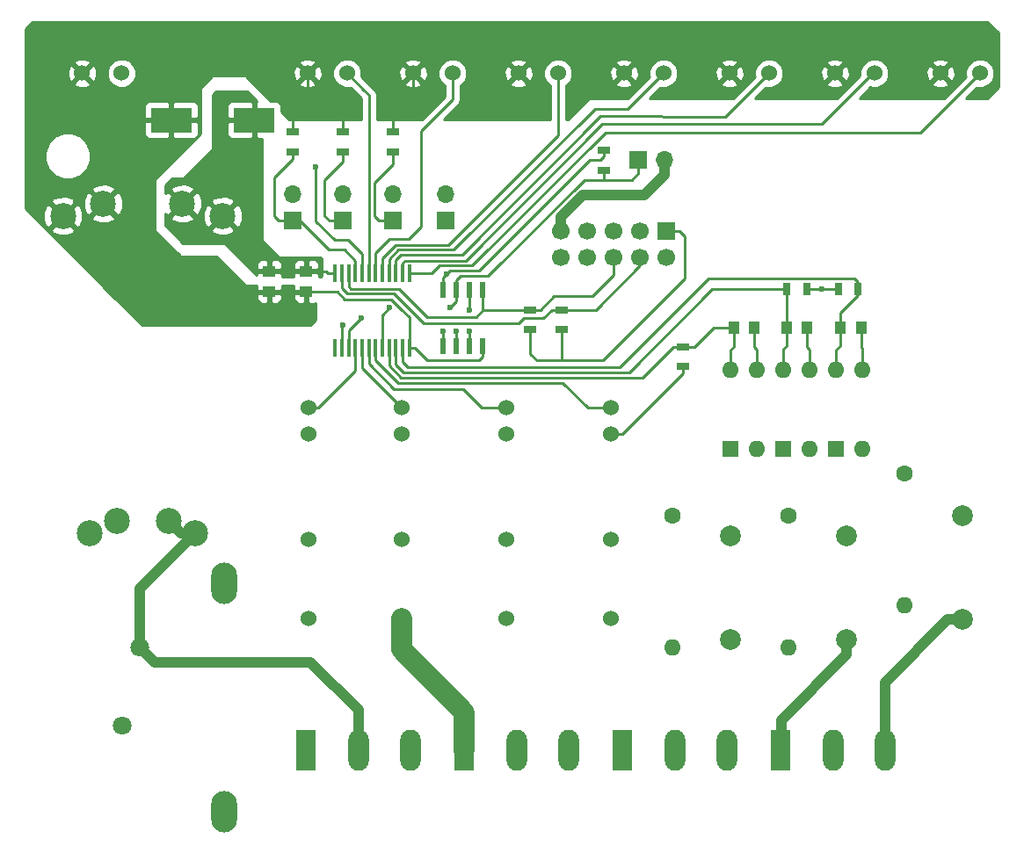
<source format=gtl>
G04 #@! TF.FileFunction,Copper,L1,Top,Signal*
%FSLAX46Y46*%
G04 Gerber Fmt 4.6, Leading zero omitted, Abs format (unit mm)*
G04 Created by KiCad (PCBNEW 4.0.5+dfsg1-4) date Tue Dec 12 22:09:06 2017*
%MOMM*%
%LPD*%
G01*
G04 APERTURE LIST*
%ADD10C,0.100000*%
%ADD11C,2.500000*%
%ADD12C,1.524000*%
%ADD13R,1.700000X1.700000*%
%ADD14C,1.700000*%
%ADD15O,2.499360X4.000500*%
%ADD16C,1.800000*%
%ADD17R,4.000500X2.400300*%
%ADD18R,1.250000X1.000000*%
%ADD19R,1.300000X0.700000*%
%ADD20R,0.450000X1.750000*%
%ADD21R,1.000000X1.250000*%
%ADD22C,1.600000*%
%ADD23O,1.600000X1.600000*%
%ADD24R,0.700000X1.300000*%
%ADD25R,1.600000X1.600000*%
%ADD26O,1.700000X1.700000*%
%ADD27R,0.600000X1.550000*%
%ADD28C,2.000000*%
%ADD29R,1.980000X3.960000*%
%ADD30O,1.980000X3.960000*%
%ADD31C,0.600000*%
%ADD32C,0.250000*%
%ADD33C,1.000000*%
%ADD34C,2.000000*%
%ADD35C,0.254000*%
G04 APERTURE END LIST*
D10*
D11*
X24932000Y-69310000D03*
X29932000Y-69310000D03*
X19732000Y-39910000D03*
X35132000Y-39910000D03*
X22352000Y-70485000D03*
X32512000Y-70485000D03*
X23622000Y-38735000D03*
X31242000Y-38735000D03*
D12*
X73787000Y-26162000D03*
X77597000Y-26162000D03*
X21590000Y-26162000D03*
X25400000Y-26162000D03*
D13*
X77851000Y-41402000D03*
D14*
X77851000Y-43942000D03*
X75311000Y-41402000D03*
X75311000Y-43942000D03*
X72771000Y-41402000D03*
X72771000Y-43942000D03*
X70231000Y-41402000D03*
X70231000Y-43942000D03*
X67691000Y-41402000D03*
X67691000Y-43942000D03*
D15*
X35306000Y-75359260D03*
X35306000Y-97360740D03*
D16*
X27178000Y-81534000D03*
X25478000Y-89034000D03*
D17*
X38163500Y-30670500D03*
X30162500Y-30670500D03*
D18*
X39624000Y-45228000D03*
X39624000Y-47228000D03*
X43180000Y-45228000D03*
X43180000Y-47228000D03*
D19*
X67818000Y-50861000D03*
X67818000Y-48961000D03*
X64770000Y-50861000D03*
X64770000Y-48961000D03*
X51562000Y-33716000D03*
X51562000Y-31816000D03*
X46736000Y-33716000D03*
X46736000Y-31816000D03*
X41910000Y-33716000D03*
X41910000Y-31816000D03*
D20*
X45955000Y-52622000D03*
X46605000Y-52622000D03*
X47255000Y-52622000D03*
X47905000Y-52622000D03*
X48555000Y-52622000D03*
X49205000Y-52622000D03*
X49855000Y-52622000D03*
X50505000Y-52622000D03*
X51155000Y-52622000D03*
X51805000Y-52622000D03*
X52455000Y-52622000D03*
X53105000Y-52622000D03*
X53105000Y-45422000D03*
X52455000Y-45422000D03*
X51805000Y-45422000D03*
X51155000Y-45422000D03*
X50505000Y-45422000D03*
X49855000Y-45422000D03*
X49205000Y-45422000D03*
X48555000Y-45422000D03*
X47905000Y-45422000D03*
X47255000Y-45422000D03*
X46605000Y-45422000D03*
X45955000Y-45422000D03*
D21*
X84344000Y-50673000D03*
X86344000Y-50673000D03*
X89424000Y-50673000D03*
X91424000Y-50673000D03*
X94631000Y-50673000D03*
X96631000Y-50673000D03*
D19*
X79502000Y-54417000D03*
X79502000Y-52517000D03*
D22*
X78486000Y-68834000D03*
D23*
X78486000Y-81534000D03*
D24*
X91374000Y-46990000D03*
X89474000Y-46990000D03*
D22*
X89662000Y-68834000D03*
D23*
X89662000Y-81534000D03*
D24*
X94427000Y-46990000D03*
X96327000Y-46990000D03*
D22*
X100838000Y-64770000D03*
D23*
X100838000Y-77470000D03*
D25*
X84074000Y-62357000D03*
D23*
X86614000Y-54737000D03*
X86614000Y-62357000D03*
X84074000Y-54737000D03*
D25*
X89154000Y-62357000D03*
D23*
X91694000Y-54737000D03*
X91694000Y-62357000D03*
X89154000Y-54737000D03*
D25*
X94234000Y-62357000D03*
D23*
X96774000Y-54737000D03*
X96774000Y-62357000D03*
X94234000Y-54737000D03*
D12*
X104267000Y-26162000D03*
X108077000Y-26162000D03*
X94107000Y-26162000D03*
X97917000Y-26162000D03*
X83947000Y-26162000D03*
X87757000Y-26162000D03*
X63627000Y-26162000D03*
X67437000Y-26162000D03*
X53467000Y-26162000D03*
X57277000Y-26162000D03*
X43307000Y-26162000D03*
X47117000Y-26162000D03*
D13*
X41910000Y-40386000D03*
D26*
X41910000Y-37846000D03*
D13*
X46736000Y-40386000D03*
D26*
X46736000Y-37846000D03*
D13*
X51562000Y-40386000D03*
D26*
X51562000Y-37846000D03*
D13*
X56642000Y-40386000D03*
D26*
X56642000Y-37846000D03*
D27*
X56388000Y-52484000D03*
X57658000Y-52484000D03*
X58928000Y-52484000D03*
X60198000Y-52484000D03*
X60198000Y-47084000D03*
X58928000Y-47084000D03*
X57658000Y-47084000D03*
X56388000Y-47084000D03*
D12*
X72491600Y-58420000D03*
X72491600Y-60960000D03*
X72491600Y-71120000D03*
X72491600Y-78740000D03*
X52374800Y-58420000D03*
X52374800Y-60960000D03*
X52374800Y-71120000D03*
X52374800Y-78740000D03*
X43383200Y-58420000D03*
X43383200Y-60960000D03*
X43383200Y-71120000D03*
X43383200Y-78740000D03*
X62433200Y-58420000D03*
X62433200Y-60960000D03*
X62433200Y-71120000D03*
X62433200Y-78740000D03*
D28*
X106426000Y-68834000D03*
X106426000Y-78834000D03*
X95250000Y-70713600D03*
X95250000Y-80713600D03*
X84074000Y-70764400D03*
X84074000Y-80764400D03*
D29*
X43180000Y-91440000D03*
D30*
X48180000Y-91440000D03*
X53180000Y-91440000D03*
D29*
X58420000Y-91440000D03*
D30*
X63420000Y-91440000D03*
X68420000Y-91440000D03*
D29*
X73660000Y-91440000D03*
D30*
X78660000Y-91440000D03*
X83660000Y-91440000D03*
D29*
X88900000Y-91440000D03*
D30*
X93900000Y-91440000D03*
X98900000Y-91440000D03*
D19*
X71882000Y-33594000D03*
X71882000Y-35494000D03*
D13*
X75184000Y-34544000D03*
D26*
X77724000Y-34544000D03*
D31*
X56705500Y-45529500D03*
X92837000Y-46990000D03*
X58928000Y-48971200D03*
X44094400Y-35204400D03*
X56388000Y-51054000D03*
X57658000Y-51054000D03*
X46736000Y-50393600D03*
X58928000Y-51054000D03*
X48463200Y-49733200D03*
X51206400Y-48768000D03*
X57048400Y-48768000D03*
D32*
X70485000Y-34544000D02*
X71501000Y-34544000D01*
X71501000Y-34544000D02*
X71882000Y-34163000D01*
X71882000Y-34163000D02*
X71882000Y-33594000D01*
X57023000Y-45212000D02*
X59817000Y-45212000D01*
X59817000Y-45212000D02*
X70485000Y-34544000D01*
X56705500Y-45529500D02*
X57023000Y-45212000D01*
X56388000Y-45847000D02*
X56705500Y-45529500D01*
X56388000Y-47084000D02*
X56388000Y-45847000D01*
X91374000Y-46990000D02*
X92837000Y-46990000D01*
X92837000Y-46990000D02*
X94427000Y-46990000D01*
X79502000Y-54417000D02*
X79502000Y-55118000D01*
X73660000Y-60960000D02*
X72491600Y-60960000D01*
X79502000Y-55118000D02*
X73660000Y-60960000D01*
X35132000Y-39910000D02*
X35132000Y-39907200D01*
X35132000Y-39907200D02*
X32562800Y-37338000D01*
X32562800Y-37414200D02*
X31242000Y-38735000D01*
X32562800Y-37338000D02*
X32562800Y-37414200D01*
X45955000Y-45422000D02*
X45295000Y-45422000D01*
X45101000Y-45228000D02*
X43180000Y-45228000D01*
X45295000Y-45422000D02*
X45101000Y-45228000D01*
X39624000Y-45228000D02*
X43180000Y-45228000D01*
X39624000Y-44148000D02*
X39624000Y-45228000D01*
X35132000Y-39910000D02*
X39624000Y-44148000D01*
X94107000Y-26162000D02*
X94107000Y-26035000D01*
X94107000Y-26035000D02*
X91186000Y-23114000D01*
X86614000Y-54737000D02*
X86614000Y-52832000D01*
X86614000Y-52832000D02*
X86344000Y-52562000D01*
X86344000Y-52562000D02*
X86344000Y-50673000D01*
X91694000Y-54737000D02*
X91694000Y-52832000D01*
X91424000Y-52562000D02*
X91424000Y-50673000D01*
X91694000Y-52832000D02*
X91424000Y-52562000D01*
X96774000Y-54737000D02*
X96774000Y-52705000D01*
X96631000Y-52562000D02*
X96631000Y-50673000D01*
X96774000Y-52705000D02*
X96631000Y-52562000D01*
X43180000Y-47228000D02*
X46161200Y-47228000D01*
X51384200Y-47955200D02*
X52324000Y-48895000D01*
X46888400Y-47955200D02*
X51384200Y-47955200D01*
X46161200Y-47228000D02*
X46888400Y-47955200D01*
X46736000Y-31816000D02*
X46736000Y-30175200D01*
X45262800Y-28702000D02*
X43307000Y-28702000D01*
X46736000Y-30175200D02*
X45262800Y-28702000D01*
X41910000Y-31816000D02*
X41910000Y-29616400D01*
X41910000Y-29616400D02*
X42824400Y-28702000D01*
X19732000Y-39910000D02*
X19732000Y-39907200D01*
X19732000Y-39907200D02*
X22250400Y-37388800D01*
X22250400Y-37388800D02*
X22275800Y-37388800D01*
X22275800Y-37388800D02*
X23622000Y-38735000D01*
X21590000Y-26162000D02*
X24282400Y-23469600D01*
X24282400Y-23469600D02*
X24638000Y-23114000D01*
X30162500Y-30670500D02*
X30162500Y-32194500D01*
X30162500Y-32194500D02*
X23622000Y-38735000D01*
X51562000Y-31816000D02*
X51562000Y-29845000D01*
X53467000Y-27940000D02*
X53467000Y-26162000D01*
X51562000Y-29845000D02*
X53467000Y-27940000D01*
X46355000Y-23114000D02*
X24638000Y-23114000D01*
X43307000Y-26162000D02*
X43307000Y-28702000D01*
X83947000Y-26162000D02*
X80899000Y-23114000D01*
X80899000Y-23114000D02*
X80772000Y-23114000D01*
X50419000Y-23114000D02*
X46355000Y-23114000D01*
X46355000Y-23114000D02*
X43307000Y-26162000D01*
X104267000Y-26162000D02*
X104267000Y-26289000D01*
X96139000Y-23114000D02*
X101219000Y-23114000D01*
X101219000Y-23114000D02*
X104267000Y-26162000D01*
D33*
X67691000Y-41402000D02*
X67691000Y-40005000D01*
X67691000Y-40005000D02*
X69799200Y-37896800D01*
X75768200Y-37896800D02*
X69799200Y-37896800D01*
X75768200Y-37896800D02*
X77724000Y-35941000D01*
D32*
X60198000Y-52484000D02*
X60198000Y-53467000D01*
X59817000Y-53848000D02*
X54864000Y-53848000D01*
X60198000Y-53467000D02*
X59817000Y-53848000D01*
X53105000Y-52622000D02*
X53638000Y-52622000D01*
X53638000Y-52622000D02*
X54864000Y-53848000D01*
X53105000Y-52622000D02*
X53105000Y-49676000D01*
X53105000Y-49676000D02*
X52324000Y-48895000D01*
X39624000Y-47228000D02*
X32369000Y-47228000D01*
X32369000Y-47228000D02*
X23622000Y-38735000D01*
X42824400Y-28702000D02*
X43307000Y-28702000D01*
X39624000Y-47228000D02*
X43180000Y-47228000D01*
X80899000Y-23114000D02*
X80772000Y-23114000D01*
X80772000Y-23114000D02*
X80899000Y-23114000D01*
X73279000Y-23114000D02*
X73406000Y-23114000D01*
X65786000Y-23114000D02*
X73279000Y-23114000D01*
X73279000Y-23114000D02*
X73406000Y-23114000D01*
X73406000Y-23114000D02*
X80772000Y-23114000D01*
X88519000Y-23114000D02*
X88392000Y-23114000D01*
X80899000Y-23114000D02*
X88392000Y-23114000D01*
X88392000Y-23114000D02*
X88519000Y-23114000D01*
X96139000Y-23114000D02*
X96012000Y-23114000D01*
X88519000Y-23114000D02*
X91186000Y-23114000D01*
X91186000Y-23114000D02*
X96012000Y-23114000D01*
X96012000Y-23114000D02*
X96139000Y-23114000D01*
X65659000Y-23114000D02*
X65786000Y-23114000D01*
X65659000Y-23114000D02*
X65786000Y-23114000D01*
X58039000Y-23114000D02*
X58166000Y-23114000D01*
X50419000Y-23114000D02*
X50546000Y-23114000D01*
X50419000Y-23114000D02*
X50546000Y-23114000D01*
X50546000Y-23114000D02*
X58039000Y-23114000D01*
X58039000Y-23114000D02*
X58166000Y-23114000D01*
X58166000Y-23114000D02*
X65659000Y-23114000D01*
D33*
X77724000Y-35941000D02*
X77724000Y-34544000D01*
D32*
X77851000Y-41402000D02*
X79121000Y-41402000D01*
X71755000Y-53848000D02*
X67691000Y-53848000D01*
X71755000Y-53848000D02*
X79629000Y-45974000D01*
X79629000Y-41910000D02*
X79629000Y-45974000D01*
X79121000Y-41402000D02*
X79629000Y-41910000D01*
X67818000Y-50861000D02*
X67818000Y-53848000D01*
X67818000Y-53848000D02*
X67691000Y-53848000D01*
X64770000Y-50861000D02*
X64770000Y-53213000D01*
X65405000Y-53848000D02*
X67691000Y-53848000D01*
X64770000Y-53213000D02*
X65405000Y-53848000D01*
X72771000Y-43942000D02*
X72771000Y-45593000D01*
X70739000Y-47625000D02*
X67056000Y-47625000D01*
X72771000Y-45593000D02*
X70739000Y-47625000D01*
X59563000Y-49657000D02*
X54864000Y-49657000D01*
X47255000Y-45422000D02*
X47255000Y-46747000D01*
X54864000Y-49657000D02*
X52146200Y-46939200D01*
X52146200Y-46939200D02*
X47447200Y-46939200D01*
X47447200Y-46939200D02*
X47255000Y-46747000D01*
X59563000Y-49657000D02*
X60198000Y-49022000D01*
X64770000Y-48961000D02*
X65720000Y-48961000D01*
X65720000Y-48961000D02*
X67056000Y-47625000D01*
X60198000Y-46957000D02*
X60198000Y-49022000D01*
X64744300Y-49022000D02*
X60198000Y-49022000D01*
X58928000Y-47084000D02*
X58928000Y-48971200D01*
X75311000Y-44704000D02*
X71054000Y-48961000D01*
X51587400Y-47396400D02*
X54483000Y-50292000D01*
X66040000Y-49784000D02*
X66863000Y-48961000D01*
X64135000Y-49784000D02*
X66040000Y-49784000D01*
X63627000Y-50292000D02*
X64135000Y-49784000D01*
X54483000Y-50292000D02*
X63627000Y-50292000D01*
X66863000Y-48961000D02*
X67818000Y-48961000D01*
X46605000Y-45422000D02*
X46605000Y-46859000D01*
X47142400Y-47396400D02*
X51587400Y-47396400D01*
X46605000Y-46859000D02*
X47142400Y-47396400D01*
X67818000Y-48961000D02*
X66863000Y-48961000D01*
X71054000Y-48961000D02*
X67818000Y-48961000D01*
X43383200Y-58420000D02*
X44297600Y-58420000D01*
X44297600Y-58420000D02*
X47905000Y-54812600D01*
X47905000Y-52622000D02*
X47905000Y-54812600D01*
X51626200Y-56579200D02*
X49205000Y-54158000D01*
X62433200Y-58420000D02*
X60096400Y-58420000D01*
X60096400Y-58420000D02*
X58255600Y-56579200D01*
X58255600Y-56579200D02*
X51626200Y-56579200D01*
X49205000Y-54158000D02*
X49205000Y-52622000D01*
X48555000Y-52622000D02*
X48555000Y-54600200D01*
X48555000Y-54600200D02*
X52374800Y-58420000D01*
X49855000Y-53792000D02*
X52070000Y-56007000D01*
X72491600Y-58420000D02*
X70307200Y-58420000D01*
X70307200Y-58420000D02*
X67894200Y-56007000D01*
X49855000Y-53792000D02*
X49855000Y-52622000D01*
X52070000Y-56007000D02*
X67894200Y-56007000D01*
D33*
X48180000Y-91440000D02*
X48180000Y-87550000D01*
X28549600Y-82905600D02*
X27178000Y-81534000D01*
X43535600Y-82905600D02*
X28549600Y-82905600D01*
X48180000Y-87550000D02*
X43535600Y-82905600D01*
X27178000Y-81534000D02*
X27178000Y-75819000D01*
X27178000Y-75819000D02*
X32512000Y-70485000D01*
X32512000Y-70485000D02*
X31107000Y-70485000D01*
X31107000Y-70485000D02*
X29932000Y-69310000D01*
D34*
X58420000Y-91440000D02*
X58420000Y-87731600D01*
X52374800Y-81686400D02*
X52374800Y-78740000D01*
X58420000Y-87731600D02*
X52374800Y-81686400D01*
D32*
X75438000Y-55499000D02*
X75565000Y-55499000D01*
X75057000Y-55499000D02*
X52324000Y-55499000D01*
X51155000Y-54330000D02*
X52324000Y-55499000D01*
X51155000Y-52622000D02*
X51155000Y-54330000D01*
X75057000Y-55499000D02*
X75438000Y-55499000D01*
X78547000Y-52517000D02*
X79502000Y-52517000D01*
X75565000Y-55499000D02*
X78547000Y-52517000D01*
X84344000Y-50673000D02*
X82423000Y-50673000D01*
X80579000Y-52517000D02*
X79502000Y-52517000D01*
X82423000Y-50673000D02*
X80579000Y-52517000D01*
X84074000Y-54737000D02*
X84074000Y-52832000D01*
X84344000Y-52562000D02*
X84344000Y-50673000D01*
X84074000Y-52832000D02*
X84344000Y-52562000D01*
X89474000Y-46990000D02*
X82296000Y-46990000D01*
X51805000Y-54218000D02*
X52578000Y-54991000D01*
X52578000Y-54991000D02*
X73131400Y-54991000D01*
X73131400Y-54991000D02*
X73141700Y-54980700D01*
X51805000Y-54218000D02*
X51805000Y-52622000D01*
X73141700Y-54980700D02*
X74305300Y-54980700D01*
X82296000Y-46990000D02*
X74305300Y-54980700D01*
X89424000Y-50673000D02*
X89424000Y-47040000D01*
X89424000Y-47040000D02*
X89474000Y-46990000D01*
X89154000Y-54737000D02*
X89154000Y-52705000D01*
X89424000Y-52435000D02*
X89424000Y-50673000D01*
X89154000Y-52705000D02*
X89424000Y-52435000D01*
X73406000Y-54483000D02*
X73279000Y-54483000D01*
X52455000Y-53979000D02*
X52959000Y-54483000D01*
X52455000Y-52622000D02*
X52455000Y-53979000D01*
X52959000Y-54483000D02*
X73279000Y-54483000D01*
X96012000Y-45974000D02*
X81915000Y-45974000D01*
X81915000Y-45974000D02*
X73406000Y-54483000D01*
X96327000Y-46289000D02*
X96012000Y-45974000D01*
X96327000Y-46289000D02*
X96327000Y-46990000D01*
X94234000Y-54737000D02*
X94234000Y-52832000D01*
X94631000Y-52435000D02*
X94631000Y-50673000D01*
X94234000Y-52832000D02*
X94631000Y-52435000D01*
X96327000Y-46990000D02*
X96327000Y-47564000D01*
X96327000Y-47564000D02*
X94631000Y-49260000D01*
X94631000Y-49260000D02*
X94631000Y-50673000D01*
X94681000Y-50623000D02*
X94631000Y-50673000D01*
D33*
X95250000Y-80786000D02*
X95250000Y-82169000D01*
X95250000Y-82169000D02*
X88914000Y-88505000D01*
X88914000Y-91440000D02*
X88900000Y-91440000D01*
X88914000Y-88505000D02*
X88914000Y-91440000D01*
X106426000Y-78834000D02*
X104935000Y-78834000D01*
X104935000Y-78834000D02*
X98900000Y-84869000D01*
X98900000Y-91440000D02*
X98900000Y-84869000D01*
D32*
X72009000Y-31877000D02*
X102362000Y-31877000D01*
X102362000Y-31877000D02*
X108077000Y-26162000D01*
X59182000Y-44704000D02*
X72009000Y-31877000D01*
X53105000Y-45422000D02*
X55289000Y-45422000D01*
X55289000Y-45422000D02*
X56007000Y-44704000D01*
X59182000Y-44704000D02*
X72009000Y-31877000D01*
X56007000Y-44704000D02*
X59182000Y-44704000D01*
X97917000Y-26162000D02*
X97790000Y-26162000D01*
X97790000Y-26162000D02*
X92870402Y-31081598D01*
X71661402Y-31081598D02*
X58521300Y-44221700D01*
X92870402Y-31081598D02*
X71661402Y-31081598D01*
X52455000Y-44446000D02*
X52679300Y-44221700D01*
X52679300Y-44221700D02*
X58521300Y-44221700D01*
X52455000Y-45422000D02*
X52455000Y-44446000D01*
X71508382Y-30318253D02*
X83524151Y-30353000D01*
X83524151Y-30353000D02*
X85981300Y-27937700D01*
X85981300Y-27937700D02*
X87757000Y-26162000D01*
X58215231Y-43653253D02*
X71508382Y-30318253D01*
X51805000Y-45422000D02*
X51805000Y-44196000D01*
X51816000Y-44196000D02*
X52324000Y-43688000D01*
X52324000Y-43688000D02*
X58215231Y-43653253D01*
X51805000Y-44196000D02*
X51816000Y-44196000D01*
X57404000Y-43180000D02*
X70993000Y-29591000D01*
X57404000Y-43180000D02*
X52070000Y-43180000D01*
X52070000Y-43180000D02*
X51155000Y-44095000D01*
X51155000Y-45422000D02*
X51155000Y-44095000D01*
X74168000Y-29591000D02*
X77597000Y-26162000D01*
X70993000Y-29591000D02*
X74168000Y-29591000D01*
X54737000Y-42729998D02*
X56838002Y-42729998D01*
X67437000Y-32131000D02*
X67437000Y-26162000D01*
X56838002Y-42729998D02*
X67437000Y-32131000D01*
X51758002Y-42729998D02*
X50505000Y-43983000D01*
X54737000Y-42729998D02*
X51758002Y-42729998D01*
X50505000Y-43983000D02*
X50505000Y-45422000D01*
X54229000Y-40951998D02*
X54229000Y-31750000D01*
X49855000Y-43505000D02*
X51196000Y-42164000D01*
X49855000Y-45422000D02*
X49855000Y-43505000D01*
X54229000Y-40951998D02*
X53016998Y-42164000D01*
X53016998Y-42164000D02*
X51196000Y-42164000D01*
X57277000Y-28702000D02*
X57277000Y-26162000D01*
X54229000Y-31750000D02*
X57277000Y-28702000D01*
X49212500Y-41503600D02*
X49212500Y-28257500D01*
X49212500Y-28257500D02*
X48768000Y-27813000D01*
X49212500Y-43370500D02*
X49212500Y-41503600D01*
X48768000Y-27813000D02*
X47117000Y-26162000D01*
X49205000Y-43378000D02*
X49212500Y-43370500D01*
X49205000Y-45422000D02*
X49205000Y-43378000D01*
X48555000Y-43602000D02*
X48133000Y-43180000D01*
X48555000Y-45422000D02*
X48555000Y-43602000D01*
X47180500Y-42227500D02*
X45910500Y-42227500D01*
X45910500Y-42227500D02*
X44094400Y-40424100D01*
X44094400Y-40424100D02*
X44094400Y-35204400D01*
X48133000Y-43180000D02*
X47180500Y-42227500D01*
X41910000Y-40386000D02*
X40538400Y-40386000D01*
X40081200Y-39928800D02*
X40081200Y-36245800D01*
X40538400Y-40386000D02*
X40081200Y-39928800D01*
X41910000Y-33716000D02*
X41910000Y-34417000D01*
X40081200Y-36245800D02*
X41402000Y-34925000D01*
X41910000Y-34417000D02*
X41402000Y-34925000D01*
X41910000Y-40386000D02*
X42545000Y-40386000D01*
X42545000Y-40386000D02*
X45339000Y-43180000D01*
X56388000Y-52484000D02*
X56388000Y-51054000D01*
X46863000Y-43180000D02*
X45339000Y-43180000D01*
X47905000Y-45422000D02*
X47905000Y-44222000D01*
X47905000Y-44222000D02*
X46863000Y-43180000D01*
X57658000Y-51054000D02*
X57658000Y-52484000D01*
X46605000Y-52622000D02*
X46605000Y-50524600D01*
X46605000Y-50524600D02*
X46736000Y-50393600D01*
X44958000Y-36449000D02*
X46736000Y-34671000D01*
X46736000Y-33716000D02*
X46736000Y-34671000D01*
X45389800Y-40386000D02*
X46736000Y-40386000D01*
X45389800Y-40386000D02*
X44958000Y-39954200D01*
X44958000Y-39954200D02*
X44958000Y-36449000D01*
X58928000Y-51054000D02*
X58928000Y-52484000D01*
X47255000Y-52622000D02*
X47255000Y-50941400D01*
X47255000Y-50941400D02*
X48463200Y-49733200D01*
X49745900Y-39966900D02*
X49745900Y-36741100D01*
X49784000Y-36728400D02*
X49784000Y-36703000D01*
X49758600Y-36728400D02*
X49784000Y-36728400D01*
X49745900Y-36741100D02*
X49758600Y-36728400D01*
X51562000Y-34925000D02*
X51562000Y-33716000D01*
X49784000Y-36703000D02*
X51562000Y-34925000D01*
X50165000Y-40386000D02*
X49745900Y-39966900D01*
X51562000Y-40386000D02*
X50165000Y-40386000D01*
X71882000Y-35494000D02*
X71882000Y-36449000D01*
X75184000Y-35814000D02*
X75184000Y-34544000D01*
X60960000Y-45466000D02*
X69977000Y-36449000D01*
X69977000Y-36449000D02*
X71882000Y-36449000D01*
X71882000Y-36449000D02*
X74549000Y-36449000D01*
X74549000Y-36449000D02*
X75184000Y-35814000D01*
X57658000Y-47084000D02*
X57658000Y-48158400D01*
X50505000Y-49469400D02*
X50505000Y-52622000D01*
X51206400Y-48768000D02*
X50505000Y-49469400D01*
X57658000Y-48158400D02*
X57048400Y-48768000D01*
X58724800Y-45720000D02*
X60706000Y-45720000D01*
X60706000Y-45720000D02*
X60960000Y-45466000D01*
X57658000Y-47084000D02*
X57658000Y-46101000D01*
X57658000Y-46101000D02*
X58039000Y-45720000D01*
X58039000Y-45720000D02*
X58724800Y-45720000D01*
D35*
G36*
X38403897Y-28880703D02*
X38290500Y-28994100D01*
X38290500Y-30543500D01*
X38310500Y-30543500D01*
X38310500Y-30797500D01*
X38290500Y-30797500D01*
X38290500Y-32346900D01*
X38449250Y-32505650D01*
X38938200Y-32505650D01*
X38938200Y-42265600D01*
X38948206Y-42315010D01*
X38975397Y-42355403D01*
X40499397Y-43879403D01*
X40541411Y-43907266D01*
X40589200Y-43916600D01*
X44549794Y-43916600D01*
X44678600Y-44045406D01*
X44678600Y-45667394D01*
X44549794Y-45796200D01*
X44440000Y-45796200D01*
X44440000Y-45513750D01*
X44281250Y-45355000D01*
X43307000Y-45355000D01*
X43307000Y-45375000D01*
X43053000Y-45375000D01*
X43053000Y-45355000D01*
X42078750Y-45355000D01*
X41920000Y-45513750D01*
X41920000Y-45796200D01*
X40884000Y-45796200D01*
X40884000Y-45513750D01*
X40725250Y-45355000D01*
X39751000Y-45355000D01*
X39751000Y-45375000D01*
X39497000Y-45375000D01*
X39497000Y-45355000D01*
X38522750Y-45355000D01*
X38364000Y-45513750D01*
X38364000Y-45601194D01*
X37364497Y-44601691D01*
X38364000Y-44601691D01*
X38364000Y-44942250D01*
X38522750Y-45101000D01*
X39497000Y-45101000D01*
X39497000Y-44251750D01*
X39751000Y-44251750D01*
X39751000Y-45101000D01*
X40725250Y-45101000D01*
X40884000Y-44942250D01*
X40884000Y-44601691D01*
X41920000Y-44601691D01*
X41920000Y-44942250D01*
X42078750Y-45101000D01*
X43053000Y-45101000D01*
X43053000Y-44251750D01*
X43307000Y-44251750D01*
X43307000Y-45101000D01*
X44281250Y-45101000D01*
X44440000Y-44942250D01*
X44440000Y-44601691D01*
X44343327Y-44368302D01*
X44164699Y-44189673D01*
X43931310Y-44093000D01*
X43465750Y-44093000D01*
X43307000Y-44251750D01*
X43053000Y-44251750D01*
X42894250Y-44093000D01*
X42428690Y-44093000D01*
X42195301Y-44189673D01*
X42016673Y-44368302D01*
X41920000Y-44601691D01*
X40884000Y-44601691D01*
X40787327Y-44368302D01*
X40608699Y-44189673D01*
X40375310Y-44093000D01*
X39909750Y-44093000D01*
X39751000Y-44251750D01*
X39497000Y-44251750D01*
X39338250Y-44093000D01*
X38872690Y-44093000D01*
X38639301Y-44189673D01*
X38460673Y-44368302D01*
X38364000Y-44601691D01*
X37364497Y-44601691D01*
X35345003Y-42582197D01*
X35302989Y-42554334D01*
X35255200Y-42545000D01*
X31294606Y-42545000D01*
X29992926Y-41243320D01*
X33978285Y-41243320D01*
X34107533Y-41536123D01*
X34807806Y-41804388D01*
X35557435Y-41784250D01*
X36156467Y-41536123D01*
X36285715Y-41243320D01*
X35132000Y-40089605D01*
X33978285Y-41243320D01*
X29992926Y-41243320D01*
X29591000Y-40841394D01*
X29591000Y-40068320D01*
X30088285Y-40068320D01*
X30217533Y-40361123D01*
X30917806Y-40629388D01*
X31667435Y-40609250D01*
X32266467Y-40361123D01*
X32395715Y-40068320D01*
X31242000Y-38914605D01*
X30088285Y-40068320D01*
X29591000Y-40068320D01*
X29591000Y-39699409D01*
X29615877Y-39759467D01*
X29908680Y-39888715D01*
X31062395Y-38735000D01*
X31421605Y-38735000D01*
X32575320Y-39888715D01*
X32868123Y-39759467D01*
X32934650Y-39585806D01*
X33237612Y-39585806D01*
X33257750Y-40335435D01*
X33505877Y-40934467D01*
X33798680Y-41063715D01*
X34952395Y-39910000D01*
X35311605Y-39910000D01*
X36465320Y-41063715D01*
X36758123Y-40934467D01*
X37026388Y-40234194D01*
X37006250Y-39484565D01*
X36758123Y-38885533D01*
X36465320Y-38756285D01*
X35311605Y-39910000D01*
X34952395Y-39910000D01*
X33798680Y-38756285D01*
X33505877Y-38885533D01*
X33237612Y-39585806D01*
X32934650Y-39585806D01*
X33136388Y-39059194D01*
X33123426Y-38576680D01*
X33978285Y-38576680D01*
X35132000Y-39730395D01*
X36285715Y-38576680D01*
X36156467Y-38283877D01*
X35456194Y-38015612D01*
X34706565Y-38035750D01*
X34107533Y-38283877D01*
X33978285Y-38576680D01*
X33123426Y-38576680D01*
X33116250Y-38309565D01*
X32868123Y-37710533D01*
X32575320Y-37581285D01*
X31421605Y-38735000D01*
X31062395Y-38735000D01*
X29908680Y-37581285D01*
X29615877Y-37710533D01*
X29591000Y-37775471D01*
X29591000Y-37401680D01*
X30088285Y-37401680D01*
X31242000Y-38555395D01*
X32395715Y-37401680D01*
X32266467Y-37108877D01*
X31566194Y-36840612D01*
X30816565Y-36860750D01*
X30217533Y-37108877D01*
X30088285Y-37401680D01*
X29591000Y-37401680D01*
X29591000Y-37009606D01*
X30278606Y-36322000D01*
X31242000Y-36322000D01*
X31291410Y-36311994D01*
X31331803Y-36284803D01*
X34125803Y-33490803D01*
X34153666Y-33448789D01*
X34163000Y-33401000D01*
X34163000Y-30956250D01*
X35528250Y-30956250D01*
X35528250Y-31996960D01*
X35624923Y-32230349D01*
X35803552Y-32408977D01*
X36036941Y-32505650D01*
X37877750Y-32505650D01*
X38036500Y-32346900D01*
X38036500Y-30797500D01*
X35687000Y-30797500D01*
X35528250Y-30956250D01*
X34163000Y-30956250D01*
X34163000Y-29344040D01*
X35528250Y-29344040D01*
X35528250Y-30384750D01*
X35687000Y-30543500D01*
X38036500Y-30543500D01*
X38036500Y-28994100D01*
X37877750Y-28835350D01*
X36036941Y-28835350D01*
X35803552Y-28932023D01*
X35624923Y-29110651D01*
X35528250Y-29344040D01*
X34163000Y-29344040D01*
X34163000Y-28246606D01*
X34495006Y-27914600D01*
X37437794Y-27914600D01*
X38403897Y-28880703D01*
X38403897Y-28880703D01*
G37*
X38403897Y-28880703D02*
X38290500Y-28994100D01*
X38290500Y-30543500D01*
X38310500Y-30543500D01*
X38310500Y-30797500D01*
X38290500Y-30797500D01*
X38290500Y-32346900D01*
X38449250Y-32505650D01*
X38938200Y-32505650D01*
X38938200Y-42265600D01*
X38948206Y-42315010D01*
X38975397Y-42355403D01*
X40499397Y-43879403D01*
X40541411Y-43907266D01*
X40589200Y-43916600D01*
X44549794Y-43916600D01*
X44678600Y-44045406D01*
X44678600Y-45667394D01*
X44549794Y-45796200D01*
X44440000Y-45796200D01*
X44440000Y-45513750D01*
X44281250Y-45355000D01*
X43307000Y-45355000D01*
X43307000Y-45375000D01*
X43053000Y-45375000D01*
X43053000Y-45355000D01*
X42078750Y-45355000D01*
X41920000Y-45513750D01*
X41920000Y-45796200D01*
X40884000Y-45796200D01*
X40884000Y-45513750D01*
X40725250Y-45355000D01*
X39751000Y-45355000D01*
X39751000Y-45375000D01*
X39497000Y-45375000D01*
X39497000Y-45355000D01*
X38522750Y-45355000D01*
X38364000Y-45513750D01*
X38364000Y-45601194D01*
X37364497Y-44601691D01*
X38364000Y-44601691D01*
X38364000Y-44942250D01*
X38522750Y-45101000D01*
X39497000Y-45101000D01*
X39497000Y-44251750D01*
X39751000Y-44251750D01*
X39751000Y-45101000D01*
X40725250Y-45101000D01*
X40884000Y-44942250D01*
X40884000Y-44601691D01*
X41920000Y-44601691D01*
X41920000Y-44942250D01*
X42078750Y-45101000D01*
X43053000Y-45101000D01*
X43053000Y-44251750D01*
X43307000Y-44251750D01*
X43307000Y-45101000D01*
X44281250Y-45101000D01*
X44440000Y-44942250D01*
X44440000Y-44601691D01*
X44343327Y-44368302D01*
X44164699Y-44189673D01*
X43931310Y-44093000D01*
X43465750Y-44093000D01*
X43307000Y-44251750D01*
X43053000Y-44251750D01*
X42894250Y-44093000D01*
X42428690Y-44093000D01*
X42195301Y-44189673D01*
X42016673Y-44368302D01*
X41920000Y-44601691D01*
X40884000Y-44601691D01*
X40787327Y-44368302D01*
X40608699Y-44189673D01*
X40375310Y-44093000D01*
X39909750Y-44093000D01*
X39751000Y-44251750D01*
X39497000Y-44251750D01*
X39338250Y-44093000D01*
X38872690Y-44093000D01*
X38639301Y-44189673D01*
X38460673Y-44368302D01*
X38364000Y-44601691D01*
X37364497Y-44601691D01*
X35345003Y-42582197D01*
X35302989Y-42554334D01*
X35255200Y-42545000D01*
X31294606Y-42545000D01*
X29992926Y-41243320D01*
X33978285Y-41243320D01*
X34107533Y-41536123D01*
X34807806Y-41804388D01*
X35557435Y-41784250D01*
X36156467Y-41536123D01*
X36285715Y-41243320D01*
X35132000Y-40089605D01*
X33978285Y-41243320D01*
X29992926Y-41243320D01*
X29591000Y-40841394D01*
X29591000Y-40068320D01*
X30088285Y-40068320D01*
X30217533Y-40361123D01*
X30917806Y-40629388D01*
X31667435Y-40609250D01*
X32266467Y-40361123D01*
X32395715Y-40068320D01*
X31242000Y-38914605D01*
X30088285Y-40068320D01*
X29591000Y-40068320D01*
X29591000Y-39699409D01*
X29615877Y-39759467D01*
X29908680Y-39888715D01*
X31062395Y-38735000D01*
X31421605Y-38735000D01*
X32575320Y-39888715D01*
X32868123Y-39759467D01*
X32934650Y-39585806D01*
X33237612Y-39585806D01*
X33257750Y-40335435D01*
X33505877Y-40934467D01*
X33798680Y-41063715D01*
X34952395Y-39910000D01*
X35311605Y-39910000D01*
X36465320Y-41063715D01*
X36758123Y-40934467D01*
X37026388Y-40234194D01*
X37006250Y-39484565D01*
X36758123Y-38885533D01*
X36465320Y-38756285D01*
X35311605Y-39910000D01*
X34952395Y-39910000D01*
X33798680Y-38756285D01*
X33505877Y-38885533D01*
X33237612Y-39585806D01*
X32934650Y-39585806D01*
X33136388Y-39059194D01*
X33123426Y-38576680D01*
X33978285Y-38576680D01*
X35132000Y-39730395D01*
X36285715Y-38576680D01*
X36156467Y-38283877D01*
X35456194Y-38015612D01*
X34706565Y-38035750D01*
X34107533Y-38283877D01*
X33978285Y-38576680D01*
X33123426Y-38576680D01*
X33116250Y-38309565D01*
X32868123Y-37710533D01*
X32575320Y-37581285D01*
X31421605Y-38735000D01*
X31062395Y-38735000D01*
X29908680Y-37581285D01*
X29615877Y-37710533D01*
X29591000Y-37775471D01*
X29591000Y-37401680D01*
X30088285Y-37401680D01*
X31242000Y-38555395D01*
X32395715Y-37401680D01*
X32266467Y-37108877D01*
X31566194Y-36840612D01*
X30816565Y-36860750D01*
X30217533Y-37108877D01*
X30088285Y-37401680D01*
X29591000Y-37401680D01*
X29591000Y-37009606D01*
X30278606Y-36322000D01*
X31242000Y-36322000D01*
X31291410Y-36311994D01*
X31331803Y-36284803D01*
X34125803Y-33490803D01*
X34153666Y-33448789D01*
X34163000Y-33401000D01*
X34163000Y-30956250D01*
X35528250Y-30956250D01*
X35528250Y-31996960D01*
X35624923Y-32230349D01*
X35803552Y-32408977D01*
X36036941Y-32505650D01*
X37877750Y-32505650D01*
X38036500Y-32346900D01*
X38036500Y-30797500D01*
X35687000Y-30797500D01*
X35528250Y-30956250D01*
X34163000Y-30956250D01*
X34163000Y-29344040D01*
X35528250Y-29344040D01*
X35528250Y-30384750D01*
X35687000Y-30543500D01*
X38036500Y-30543500D01*
X38036500Y-28994100D01*
X37877750Y-28835350D01*
X36036941Y-28835350D01*
X35803552Y-28932023D01*
X35624923Y-29110651D01*
X35528250Y-29344040D01*
X34163000Y-29344040D01*
X34163000Y-28246606D01*
X34495006Y-27914600D01*
X37437794Y-27914600D01*
X38403897Y-28880703D01*
G36*
X109834000Y-22256606D02*
X109834000Y-27527394D01*
X108786394Y-28575000D01*
X106738802Y-28575000D01*
X107767619Y-27546183D01*
X107797900Y-27558757D01*
X108353661Y-27559242D01*
X108867303Y-27347010D01*
X109260629Y-26954370D01*
X109473757Y-26441100D01*
X109474242Y-25885339D01*
X109262010Y-25371697D01*
X108869370Y-24978371D01*
X108356100Y-24765243D01*
X107800339Y-24764758D01*
X107286697Y-24976990D01*
X106893371Y-25369630D01*
X106680243Y-25882900D01*
X106679758Y-26438661D01*
X106693143Y-26471054D01*
X104589197Y-28575000D01*
X96451802Y-28575000D01*
X97517881Y-27508921D01*
X97637900Y-27558757D01*
X98193661Y-27559242D01*
X98707303Y-27347010D01*
X98912457Y-27142213D01*
X103466392Y-27142213D01*
X103535857Y-27384397D01*
X104059302Y-27571144D01*
X104614368Y-27543362D01*
X104998143Y-27384397D01*
X105067608Y-27142213D01*
X104267000Y-26341605D01*
X103466392Y-27142213D01*
X98912457Y-27142213D01*
X99100629Y-26954370D01*
X99313757Y-26441100D01*
X99314181Y-25954302D01*
X102857856Y-25954302D01*
X102885638Y-26509368D01*
X103044603Y-26893143D01*
X103286787Y-26962608D01*
X104087395Y-26162000D01*
X104446605Y-26162000D01*
X105247213Y-26962608D01*
X105489397Y-26893143D01*
X105676144Y-26369698D01*
X105648362Y-25814632D01*
X105489397Y-25430857D01*
X105247213Y-25361392D01*
X104446605Y-26162000D01*
X104087395Y-26162000D01*
X103286787Y-25361392D01*
X103044603Y-25430857D01*
X102857856Y-25954302D01*
X99314181Y-25954302D01*
X99314242Y-25885339D01*
X99102010Y-25371697D01*
X98912432Y-25181787D01*
X103466392Y-25181787D01*
X104267000Y-25982395D01*
X105067608Y-25181787D01*
X104998143Y-24939603D01*
X104474698Y-24752856D01*
X103919632Y-24780638D01*
X103535857Y-24939603D01*
X103466392Y-25181787D01*
X98912432Y-25181787D01*
X98709370Y-24978371D01*
X98196100Y-24765243D01*
X97640339Y-24764758D01*
X97126697Y-24976990D01*
X96733371Y-25369630D01*
X96520243Y-25882900D01*
X96519829Y-26357369D01*
X94302198Y-28575000D01*
X86417112Y-28575000D01*
X86514066Y-28479697D01*
X86515937Y-28476948D01*
X86518701Y-28475101D01*
X87447619Y-27546183D01*
X87477900Y-27558757D01*
X88033661Y-27559242D01*
X88547303Y-27347010D01*
X88752457Y-27142213D01*
X93306392Y-27142213D01*
X93375857Y-27384397D01*
X93899302Y-27571144D01*
X94454368Y-27543362D01*
X94838143Y-27384397D01*
X94907608Y-27142213D01*
X94107000Y-26341605D01*
X93306392Y-27142213D01*
X88752457Y-27142213D01*
X88940629Y-26954370D01*
X89153757Y-26441100D01*
X89154181Y-25954302D01*
X92697856Y-25954302D01*
X92725638Y-26509368D01*
X92884603Y-26893143D01*
X93126787Y-26962608D01*
X93927395Y-26162000D01*
X94286605Y-26162000D01*
X95087213Y-26962608D01*
X95329397Y-26893143D01*
X95516144Y-26369698D01*
X95488362Y-25814632D01*
X95329397Y-25430857D01*
X95087213Y-25361392D01*
X94286605Y-26162000D01*
X93927395Y-26162000D01*
X93126787Y-25361392D01*
X92884603Y-25430857D01*
X92697856Y-25954302D01*
X89154181Y-25954302D01*
X89154242Y-25885339D01*
X88942010Y-25371697D01*
X88752432Y-25181787D01*
X93306392Y-25181787D01*
X94107000Y-25982395D01*
X94907608Y-25181787D01*
X94838143Y-24939603D01*
X94314698Y-24752856D01*
X93759632Y-24780638D01*
X93375857Y-24939603D01*
X93306392Y-25181787D01*
X88752432Y-25181787D01*
X88549370Y-24978371D01*
X88036100Y-24765243D01*
X87480339Y-24764758D01*
X86966697Y-24976990D01*
X86573371Y-25369630D01*
X86360243Y-25882900D01*
X86359758Y-26438661D01*
X86373143Y-26471055D01*
X85446244Y-27397954D01*
X84248804Y-28575000D01*
X76258802Y-28575000D01*
X77287619Y-27546183D01*
X77317900Y-27558757D01*
X77873661Y-27559242D01*
X78387303Y-27347010D01*
X78592457Y-27142213D01*
X83146392Y-27142213D01*
X83215857Y-27384397D01*
X83739302Y-27571144D01*
X84294368Y-27543362D01*
X84678143Y-27384397D01*
X84747608Y-27142213D01*
X83947000Y-26341605D01*
X83146392Y-27142213D01*
X78592457Y-27142213D01*
X78780629Y-26954370D01*
X78993757Y-26441100D01*
X78994181Y-25954302D01*
X82537856Y-25954302D01*
X82565638Y-26509368D01*
X82724603Y-26893143D01*
X82966787Y-26962608D01*
X83767395Y-26162000D01*
X84126605Y-26162000D01*
X84927213Y-26962608D01*
X85169397Y-26893143D01*
X85356144Y-26369698D01*
X85328362Y-25814632D01*
X85169397Y-25430857D01*
X84927213Y-25361392D01*
X84126605Y-26162000D01*
X83767395Y-26162000D01*
X82966787Y-25361392D01*
X82724603Y-25430857D01*
X82537856Y-25954302D01*
X78994181Y-25954302D01*
X78994242Y-25885339D01*
X78782010Y-25371697D01*
X78592432Y-25181787D01*
X83146392Y-25181787D01*
X83947000Y-25982395D01*
X84747608Y-25181787D01*
X84678143Y-24939603D01*
X84154698Y-24752856D01*
X83599632Y-24780638D01*
X83215857Y-24939603D01*
X83146392Y-25181787D01*
X78592432Y-25181787D01*
X78389370Y-24978371D01*
X77876100Y-24765243D01*
X77320339Y-24764758D01*
X76806697Y-24976990D01*
X76413371Y-25369630D01*
X76200243Y-25882900D01*
X76199758Y-26438661D01*
X76213143Y-26471055D01*
X74109198Y-28575000D01*
X70485000Y-28575000D01*
X70435590Y-28585006D01*
X70395197Y-28612197D01*
X68400394Y-30607000D01*
X68197000Y-30607000D01*
X68197000Y-27359531D01*
X68227303Y-27347010D01*
X68432457Y-27142213D01*
X72986392Y-27142213D01*
X73055857Y-27384397D01*
X73579302Y-27571144D01*
X74134368Y-27543362D01*
X74518143Y-27384397D01*
X74587608Y-27142213D01*
X73787000Y-26341605D01*
X72986392Y-27142213D01*
X68432457Y-27142213D01*
X68620629Y-26954370D01*
X68833757Y-26441100D01*
X68834181Y-25954302D01*
X72377856Y-25954302D01*
X72405638Y-26509368D01*
X72564603Y-26893143D01*
X72806787Y-26962608D01*
X73607395Y-26162000D01*
X73966605Y-26162000D01*
X74767213Y-26962608D01*
X75009397Y-26893143D01*
X75196144Y-26369698D01*
X75168362Y-25814632D01*
X75009397Y-25430857D01*
X74767213Y-25361392D01*
X73966605Y-26162000D01*
X73607395Y-26162000D01*
X72806787Y-25361392D01*
X72564603Y-25430857D01*
X72377856Y-25954302D01*
X68834181Y-25954302D01*
X68834242Y-25885339D01*
X68622010Y-25371697D01*
X68432432Y-25181787D01*
X72986392Y-25181787D01*
X73787000Y-25982395D01*
X74587608Y-25181787D01*
X74518143Y-24939603D01*
X73994698Y-24752856D01*
X73439632Y-24780638D01*
X73055857Y-24939603D01*
X72986392Y-25181787D01*
X68432432Y-25181787D01*
X68229370Y-24978371D01*
X67716100Y-24765243D01*
X67160339Y-24764758D01*
X66646697Y-24976990D01*
X66253371Y-25369630D01*
X66040243Y-25882900D01*
X66039758Y-26438661D01*
X66251990Y-26952303D01*
X66644630Y-27345629D01*
X66677000Y-27359070D01*
X66677000Y-30607000D01*
X56446802Y-30607000D01*
X57814401Y-29239401D01*
X57979148Y-28992839D01*
X58037000Y-28702000D01*
X58037000Y-27359531D01*
X58067303Y-27347010D01*
X58272457Y-27142213D01*
X62826392Y-27142213D01*
X62895857Y-27384397D01*
X63419302Y-27571144D01*
X63974368Y-27543362D01*
X64358143Y-27384397D01*
X64427608Y-27142213D01*
X63627000Y-26341605D01*
X62826392Y-27142213D01*
X58272457Y-27142213D01*
X58460629Y-26954370D01*
X58673757Y-26441100D01*
X58674181Y-25954302D01*
X62217856Y-25954302D01*
X62245638Y-26509368D01*
X62404603Y-26893143D01*
X62646787Y-26962608D01*
X63447395Y-26162000D01*
X63806605Y-26162000D01*
X64607213Y-26962608D01*
X64849397Y-26893143D01*
X65036144Y-26369698D01*
X65008362Y-25814632D01*
X64849397Y-25430857D01*
X64607213Y-25361392D01*
X63806605Y-26162000D01*
X63447395Y-26162000D01*
X62646787Y-25361392D01*
X62404603Y-25430857D01*
X62217856Y-25954302D01*
X58674181Y-25954302D01*
X58674242Y-25885339D01*
X58462010Y-25371697D01*
X58272432Y-25181787D01*
X62826392Y-25181787D01*
X63627000Y-25982395D01*
X64427608Y-25181787D01*
X64358143Y-24939603D01*
X63834698Y-24752856D01*
X63279632Y-24780638D01*
X62895857Y-24939603D01*
X62826392Y-25181787D01*
X58272432Y-25181787D01*
X58069370Y-24978371D01*
X57556100Y-24765243D01*
X57000339Y-24764758D01*
X56486697Y-24976990D01*
X56093371Y-25369630D01*
X55880243Y-25882900D01*
X55879758Y-26438661D01*
X56091990Y-26952303D01*
X56484630Y-27345629D01*
X56517000Y-27359070D01*
X56517000Y-28387198D01*
X54297198Y-30607000D01*
X49972500Y-30607000D01*
X49972500Y-28257500D01*
X49914648Y-27966661D01*
X49749901Y-27720099D01*
X49172015Y-27142213D01*
X52666392Y-27142213D01*
X52735857Y-27384397D01*
X53259302Y-27571144D01*
X53814368Y-27543362D01*
X54198143Y-27384397D01*
X54267608Y-27142213D01*
X53467000Y-26341605D01*
X52666392Y-27142213D01*
X49172015Y-27142213D01*
X48501183Y-26471381D01*
X48513757Y-26441100D01*
X48514181Y-25954302D01*
X52057856Y-25954302D01*
X52085638Y-26509368D01*
X52244603Y-26893143D01*
X52486787Y-26962608D01*
X53287395Y-26162000D01*
X53646605Y-26162000D01*
X54447213Y-26962608D01*
X54689397Y-26893143D01*
X54876144Y-26369698D01*
X54848362Y-25814632D01*
X54689397Y-25430857D01*
X54447213Y-25361392D01*
X53646605Y-26162000D01*
X53287395Y-26162000D01*
X52486787Y-25361392D01*
X52244603Y-25430857D01*
X52057856Y-25954302D01*
X48514181Y-25954302D01*
X48514242Y-25885339D01*
X48302010Y-25371697D01*
X48112432Y-25181787D01*
X52666392Y-25181787D01*
X53467000Y-25982395D01*
X54267608Y-25181787D01*
X54198143Y-24939603D01*
X53674698Y-24752856D01*
X53119632Y-24780638D01*
X52735857Y-24939603D01*
X52666392Y-25181787D01*
X48112432Y-25181787D01*
X47909370Y-24978371D01*
X47396100Y-24765243D01*
X46840339Y-24764758D01*
X46326697Y-24976990D01*
X45933371Y-25369630D01*
X45720243Y-25882900D01*
X45719758Y-26438661D01*
X45931990Y-26952303D01*
X46324630Y-27345629D01*
X46837900Y-27558757D01*
X47393661Y-27559242D01*
X47426055Y-27545857D01*
X48452500Y-28572302D01*
X48452500Y-30607000D01*
X41556206Y-30607000D01*
X40811190Y-29861984D01*
X40811190Y-29470350D01*
X40766912Y-29235033D01*
X40627840Y-29018909D01*
X40415640Y-28873919D01*
X40163750Y-28822910D01*
X39772116Y-28822910D01*
X38091419Y-27142213D01*
X42506392Y-27142213D01*
X42575857Y-27384397D01*
X43099302Y-27571144D01*
X43654368Y-27543362D01*
X44038143Y-27384397D01*
X44107608Y-27142213D01*
X43307000Y-26341605D01*
X42506392Y-27142213D01*
X38091419Y-27142213D01*
X37402403Y-26453197D01*
X37360389Y-26425334D01*
X37312600Y-26416000D01*
X34163000Y-26416000D01*
X34113590Y-26426006D01*
X34073197Y-26453197D01*
X33057197Y-27469197D01*
X33029334Y-27511211D01*
X33020000Y-27559000D01*
X33020000Y-31951394D01*
X28612197Y-36359197D01*
X28584334Y-36401211D01*
X28575000Y-36449000D01*
X28575000Y-41275000D01*
X28585006Y-41324410D01*
X28612197Y-41364803D01*
X31025197Y-43777803D01*
X31067211Y-43805666D01*
X31115000Y-43815000D01*
X34465994Y-43815000D01*
X37273597Y-46622603D01*
X37315611Y-46650466D01*
X37363400Y-46659800D01*
X38364000Y-46659800D01*
X38364000Y-46942250D01*
X38522750Y-47101000D01*
X39497000Y-47101000D01*
X39497000Y-47081000D01*
X39751000Y-47081000D01*
X39751000Y-47101000D01*
X40725250Y-47101000D01*
X40884000Y-46942250D01*
X40884000Y-46659800D01*
X41920000Y-46659800D01*
X41920000Y-46942250D01*
X42078750Y-47101000D01*
X43053000Y-47101000D01*
X43053000Y-47081000D01*
X43307000Y-47081000D01*
X43307000Y-47101000D01*
X43327000Y-47101000D01*
X43327000Y-47355000D01*
X43307000Y-47355000D01*
X43307000Y-48204250D01*
X43465750Y-48363000D01*
X43931310Y-48363000D01*
X44069000Y-48305967D01*
X44069000Y-49934594D01*
X43584594Y-50419000D01*
X27357606Y-50419000D01*
X24452356Y-47513750D01*
X38364000Y-47513750D01*
X38364000Y-47854309D01*
X38460673Y-48087698D01*
X38639301Y-48266327D01*
X38872690Y-48363000D01*
X39338250Y-48363000D01*
X39497000Y-48204250D01*
X39497000Y-47355000D01*
X39751000Y-47355000D01*
X39751000Y-48204250D01*
X39909750Y-48363000D01*
X40375310Y-48363000D01*
X40608699Y-48266327D01*
X40787327Y-48087698D01*
X40884000Y-47854309D01*
X40884000Y-47513750D01*
X41920000Y-47513750D01*
X41920000Y-47854309D01*
X42016673Y-48087698D01*
X42195301Y-48266327D01*
X42428690Y-48363000D01*
X42894250Y-48363000D01*
X43053000Y-48204250D01*
X43053000Y-47355000D01*
X42078750Y-47355000D01*
X41920000Y-47513750D01*
X40884000Y-47513750D01*
X40725250Y-47355000D01*
X39751000Y-47355000D01*
X39497000Y-47355000D01*
X38522750Y-47355000D01*
X38364000Y-47513750D01*
X24452356Y-47513750D01*
X18181926Y-41243320D01*
X18578285Y-41243320D01*
X18707533Y-41536123D01*
X19407806Y-41804388D01*
X20157435Y-41784250D01*
X20756467Y-41536123D01*
X20885715Y-41243320D01*
X19732000Y-40089605D01*
X18578285Y-41243320D01*
X18181926Y-41243320D01*
X16524412Y-39585806D01*
X17837612Y-39585806D01*
X17857750Y-40335435D01*
X18105877Y-40934467D01*
X18398680Y-41063715D01*
X19552395Y-39910000D01*
X19911605Y-39910000D01*
X21065320Y-41063715D01*
X21358123Y-40934467D01*
X21626388Y-40234194D01*
X21621932Y-40068320D01*
X22468285Y-40068320D01*
X22597533Y-40361123D01*
X23297806Y-40629388D01*
X24047435Y-40609250D01*
X24646467Y-40361123D01*
X24775715Y-40068320D01*
X23622000Y-38914605D01*
X22468285Y-40068320D01*
X21621932Y-40068320D01*
X21606250Y-39484565D01*
X21358123Y-38885533D01*
X21065320Y-38756285D01*
X19911605Y-39910000D01*
X19552395Y-39910000D01*
X18398680Y-38756285D01*
X18105877Y-38885533D01*
X17837612Y-39585806D01*
X16524412Y-39585806D01*
X16154000Y-39215394D01*
X16154000Y-38576680D01*
X18578285Y-38576680D01*
X19732000Y-39730395D01*
X20885715Y-38576680D01*
X20812496Y-38410806D01*
X21727612Y-38410806D01*
X21747750Y-39160435D01*
X21995877Y-39759467D01*
X22288680Y-39888715D01*
X23442395Y-38735000D01*
X23801605Y-38735000D01*
X24955320Y-39888715D01*
X25248123Y-39759467D01*
X25516388Y-39059194D01*
X25496250Y-38309565D01*
X25248123Y-37710533D01*
X24955320Y-37581285D01*
X23801605Y-38735000D01*
X23442395Y-38735000D01*
X22288680Y-37581285D01*
X21995877Y-37710533D01*
X21727612Y-38410806D01*
X20812496Y-38410806D01*
X20756467Y-38283877D01*
X20056194Y-38015612D01*
X19306565Y-38035750D01*
X18707533Y-38283877D01*
X18578285Y-38576680D01*
X16154000Y-38576680D01*
X16154000Y-37401680D01*
X22468285Y-37401680D01*
X23622000Y-38555395D01*
X24775715Y-37401680D01*
X24646467Y-37108877D01*
X23946194Y-36840612D01*
X23196565Y-36860750D01*
X22597533Y-37108877D01*
X22468285Y-37401680D01*
X16154000Y-37401680D01*
X16154000Y-34605619D01*
X17957613Y-34605619D01*
X18297155Y-35427372D01*
X18925321Y-36056636D01*
X19746481Y-36397611D01*
X20635619Y-36398387D01*
X21457372Y-36058845D01*
X22086636Y-35430679D01*
X22427611Y-34609519D01*
X22428387Y-33720381D01*
X22088845Y-32898628D01*
X21460679Y-32269364D01*
X20639519Y-31928389D01*
X19750381Y-31927613D01*
X18928628Y-32267155D01*
X18299364Y-32895321D01*
X17958389Y-33716481D01*
X17957613Y-34605619D01*
X16154000Y-34605619D01*
X16154000Y-30956250D01*
X27527250Y-30956250D01*
X27527250Y-31996960D01*
X27623923Y-32230349D01*
X27802552Y-32408977D01*
X28035941Y-32505650D01*
X29876750Y-32505650D01*
X30035500Y-32346900D01*
X30035500Y-30797500D01*
X30289500Y-30797500D01*
X30289500Y-32346900D01*
X30448250Y-32505650D01*
X32289059Y-32505650D01*
X32522448Y-32408977D01*
X32701077Y-32230349D01*
X32797750Y-31996960D01*
X32797750Y-30956250D01*
X32639000Y-30797500D01*
X30289500Y-30797500D01*
X30035500Y-30797500D01*
X27686000Y-30797500D01*
X27527250Y-30956250D01*
X16154000Y-30956250D01*
X16154000Y-29344040D01*
X27527250Y-29344040D01*
X27527250Y-30384750D01*
X27686000Y-30543500D01*
X30035500Y-30543500D01*
X30035500Y-28994100D01*
X30289500Y-28994100D01*
X30289500Y-30543500D01*
X32639000Y-30543500D01*
X32797750Y-30384750D01*
X32797750Y-29344040D01*
X32701077Y-29110651D01*
X32522448Y-28932023D01*
X32289059Y-28835350D01*
X30448250Y-28835350D01*
X30289500Y-28994100D01*
X30035500Y-28994100D01*
X29876750Y-28835350D01*
X28035941Y-28835350D01*
X27802552Y-28932023D01*
X27623923Y-29110651D01*
X27527250Y-29344040D01*
X16154000Y-29344040D01*
X16154000Y-27142213D01*
X20789392Y-27142213D01*
X20858857Y-27384397D01*
X21382302Y-27571144D01*
X21937368Y-27543362D01*
X22321143Y-27384397D01*
X22390608Y-27142213D01*
X21590000Y-26341605D01*
X20789392Y-27142213D01*
X16154000Y-27142213D01*
X16154000Y-25954302D01*
X20180856Y-25954302D01*
X20208638Y-26509368D01*
X20367603Y-26893143D01*
X20609787Y-26962608D01*
X21410395Y-26162000D01*
X21769605Y-26162000D01*
X22570213Y-26962608D01*
X22812397Y-26893143D01*
X22974540Y-26438661D01*
X24002758Y-26438661D01*
X24214990Y-26952303D01*
X24607630Y-27345629D01*
X25120900Y-27558757D01*
X25676661Y-27559242D01*
X26190303Y-27347010D01*
X26583629Y-26954370D01*
X26796757Y-26441100D01*
X26797181Y-25954302D01*
X41897856Y-25954302D01*
X41925638Y-26509368D01*
X42084603Y-26893143D01*
X42326787Y-26962608D01*
X43127395Y-26162000D01*
X43486605Y-26162000D01*
X44287213Y-26962608D01*
X44529397Y-26893143D01*
X44716144Y-26369698D01*
X44688362Y-25814632D01*
X44529397Y-25430857D01*
X44287213Y-25361392D01*
X43486605Y-26162000D01*
X43127395Y-26162000D01*
X42326787Y-25361392D01*
X42084603Y-25430857D01*
X41897856Y-25954302D01*
X26797181Y-25954302D01*
X26797242Y-25885339D01*
X26585010Y-25371697D01*
X26395432Y-25181787D01*
X42506392Y-25181787D01*
X43307000Y-25982395D01*
X44107608Y-25181787D01*
X44038143Y-24939603D01*
X43514698Y-24752856D01*
X42959632Y-24780638D01*
X42575857Y-24939603D01*
X42506392Y-25181787D01*
X26395432Y-25181787D01*
X26192370Y-24978371D01*
X25679100Y-24765243D01*
X25123339Y-24764758D01*
X24609697Y-24976990D01*
X24216371Y-25369630D01*
X24003243Y-25882900D01*
X24002758Y-26438661D01*
X22974540Y-26438661D01*
X22999144Y-26369698D01*
X22971362Y-25814632D01*
X22812397Y-25430857D01*
X22570213Y-25361392D01*
X21769605Y-26162000D01*
X21410395Y-26162000D01*
X20609787Y-25361392D01*
X20367603Y-25430857D01*
X20180856Y-25954302D01*
X16154000Y-25954302D01*
X16154000Y-25181787D01*
X20789392Y-25181787D01*
X21590000Y-25982395D01*
X22390608Y-25181787D01*
X22321143Y-24939603D01*
X21797698Y-24752856D01*
X21242632Y-24780638D01*
X20858857Y-24939603D01*
X20789392Y-25181787D01*
X16154000Y-25181787D01*
X16154000Y-21871606D01*
X16816606Y-21209000D01*
X108786394Y-21209000D01*
X109834000Y-22256606D01*
X109834000Y-22256606D01*
G37*
X109834000Y-22256606D02*
X109834000Y-27527394D01*
X108786394Y-28575000D01*
X106738802Y-28575000D01*
X107767619Y-27546183D01*
X107797900Y-27558757D01*
X108353661Y-27559242D01*
X108867303Y-27347010D01*
X109260629Y-26954370D01*
X109473757Y-26441100D01*
X109474242Y-25885339D01*
X109262010Y-25371697D01*
X108869370Y-24978371D01*
X108356100Y-24765243D01*
X107800339Y-24764758D01*
X107286697Y-24976990D01*
X106893371Y-25369630D01*
X106680243Y-25882900D01*
X106679758Y-26438661D01*
X106693143Y-26471054D01*
X104589197Y-28575000D01*
X96451802Y-28575000D01*
X97517881Y-27508921D01*
X97637900Y-27558757D01*
X98193661Y-27559242D01*
X98707303Y-27347010D01*
X98912457Y-27142213D01*
X103466392Y-27142213D01*
X103535857Y-27384397D01*
X104059302Y-27571144D01*
X104614368Y-27543362D01*
X104998143Y-27384397D01*
X105067608Y-27142213D01*
X104267000Y-26341605D01*
X103466392Y-27142213D01*
X98912457Y-27142213D01*
X99100629Y-26954370D01*
X99313757Y-26441100D01*
X99314181Y-25954302D01*
X102857856Y-25954302D01*
X102885638Y-26509368D01*
X103044603Y-26893143D01*
X103286787Y-26962608D01*
X104087395Y-26162000D01*
X104446605Y-26162000D01*
X105247213Y-26962608D01*
X105489397Y-26893143D01*
X105676144Y-26369698D01*
X105648362Y-25814632D01*
X105489397Y-25430857D01*
X105247213Y-25361392D01*
X104446605Y-26162000D01*
X104087395Y-26162000D01*
X103286787Y-25361392D01*
X103044603Y-25430857D01*
X102857856Y-25954302D01*
X99314181Y-25954302D01*
X99314242Y-25885339D01*
X99102010Y-25371697D01*
X98912432Y-25181787D01*
X103466392Y-25181787D01*
X104267000Y-25982395D01*
X105067608Y-25181787D01*
X104998143Y-24939603D01*
X104474698Y-24752856D01*
X103919632Y-24780638D01*
X103535857Y-24939603D01*
X103466392Y-25181787D01*
X98912432Y-25181787D01*
X98709370Y-24978371D01*
X98196100Y-24765243D01*
X97640339Y-24764758D01*
X97126697Y-24976990D01*
X96733371Y-25369630D01*
X96520243Y-25882900D01*
X96519829Y-26357369D01*
X94302198Y-28575000D01*
X86417112Y-28575000D01*
X86514066Y-28479697D01*
X86515937Y-28476948D01*
X86518701Y-28475101D01*
X87447619Y-27546183D01*
X87477900Y-27558757D01*
X88033661Y-27559242D01*
X88547303Y-27347010D01*
X88752457Y-27142213D01*
X93306392Y-27142213D01*
X93375857Y-27384397D01*
X93899302Y-27571144D01*
X94454368Y-27543362D01*
X94838143Y-27384397D01*
X94907608Y-27142213D01*
X94107000Y-26341605D01*
X93306392Y-27142213D01*
X88752457Y-27142213D01*
X88940629Y-26954370D01*
X89153757Y-26441100D01*
X89154181Y-25954302D01*
X92697856Y-25954302D01*
X92725638Y-26509368D01*
X92884603Y-26893143D01*
X93126787Y-26962608D01*
X93927395Y-26162000D01*
X94286605Y-26162000D01*
X95087213Y-26962608D01*
X95329397Y-26893143D01*
X95516144Y-26369698D01*
X95488362Y-25814632D01*
X95329397Y-25430857D01*
X95087213Y-25361392D01*
X94286605Y-26162000D01*
X93927395Y-26162000D01*
X93126787Y-25361392D01*
X92884603Y-25430857D01*
X92697856Y-25954302D01*
X89154181Y-25954302D01*
X89154242Y-25885339D01*
X88942010Y-25371697D01*
X88752432Y-25181787D01*
X93306392Y-25181787D01*
X94107000Y-25982395D01*
X94907608Y-25181787D01*
X94838143Y-24939603D01*
X94314698Y-24752856D01*
X93759632Y-24780638D01*
X93375857Y-24939603D01*
X93306392Y-25181787D01*
X88752432Y-25181787D01*
X88549370Y-24978371D01*
X88036100Y-24765243D01*
X87480339Y-24764758D01*
X86966697Y-24976990D01*
X86573371Y-25369630D01*
X86360243Y-25882900D01*
X86359758Y-26438661D01*
X86373143Y-26471055D01*
X85446244Y-27397954D01*
X84248804Y-28575000D01*
X76258802Y-28575000D01*
X77287619Y-27546183D01*
X77317900Y-27558757D01*
X77873661Y-27559242D01*
X78387303Y-27347010D01*
X78592457Y-27142213D01*
X83146392Y-27142213D01*
X83215857Y-27384397D01*
X83739302Y-27571144D01*
X84294368Y-27543362D01*
X84678143Y-27384397D01*
X84747608Y-27142213D01*
X83947000Y-26341605D01*
X83146392Y-27142213D01*
X78592457Y-27142213D01*
X78780629Y-26954370D01*
X78993757Y-26441100D01*
X78994181Y-25954302D01*
X82537856Y-25954302D01*
X82565638Y-26509368D01*
X82724603Y-26893143D01*
X82966787Y-26962608D01*
X83767395Y-26162000D01*
X84126605Y-26162000D01*
X84927213Y-26962608D01*
X85169397Y-26893143D01*
X85356144Y-26369698D01*
X85328362Y-25814632D01*
X85169397Y-25430857D01*
X84927213Y-25361392D01*
X84126605Y-26162000D01*
X83767395Y-26162000D01*
X82966787Y-25361392D01*
X82724603Y-25430857D01*
X82537856Y-25954302D01*
X78994181Y-25954302D01*
X78994242Y-25885339D01*
X78782010Y-25371697D01*
X78592432Y-25181787D01*
X83146392Y-25181787D01*
X83947000Y-25982395D01*
X84747608Y-25181787D01*
X84678143Y-24939603D01*
X84154698Y-24752856D01*
X83599632Y-24780638D01*
X83215857Y-24939603D01*
X83146392Y-25181787D01*
X78592432Y-25181787D01*
X78389370Y-24978371D01*
X77876100Y-24765243D01*
X77320339Y-24764758D01*
X76806697Y-24976990D01*
X76413371Y-25369630D01*
X76200243Y-25882900D01*
X76199758Y-26438661D01*
X76213143Y-26471055D01*
X74109198Y-28575000D01*
X70485000Y-28575000D01*
X70435590Y-28585006D01*
X70395197Y-28612197D01*
X68400394Y-30607000D01*
X68197000Y-30607000D01*
X68197000Y-27359531D01*
X68227303Y-27347010D01*
X68432457Y-27142213D01*
X72986392Y-27142213D01*
X73055857Y-27384397D01*
X73579302Y-27571144D01*
X74134368Y-27543362D01*
X74518143Y-27384397D01*
X74587608Y-27142213D01*
X73787000Y-26341605D01*
X72986392Y-27142213D01*
X68432457Y-27142213D01*
X68620629Y-26954370D01*
X68833757Y-26441100D01*
X68834181Y-25954302D01*
X72377856Y-25954302D01*
X72405638Y-26509368D01*
X72564603Y-26893143D01*
X72806787Y-26962608D01*
X73607395Y-26162000D01*
X73966605Y-26162000D01*
X74767213Y-26962608D01*
X75009397Y-26893143D01*
X75196144Y-26369698D01*
X75168362Y-25814632D01*
X75009397Y-25430857D01*
X74767213Y-25361392D01*
X73966605Y-26162000D01*
X73607395Y-26162000D01*
X72806787Y-25361392D01*
X72564603Y-25430857D01*
X72377856Y-25954302D01*
X68834181Y-25954302D01*
X68834242Y-25885339D01*
X68622010Y-25371697D01*
X68432432Y-25181787D01*
X72986392Y-25181787D01*
X73787000Y-25982395D01*
X74587608Y-25181787D01*
X74518143Y-24939603D01*
X73994698Y-24752856D01*
X73439632Y-24780638D01*
X73055857Y-24939603D01*
X72986392Y-25181787D01*
X68432432Y-25181787D01*
X68229370Y-24978371D01*
X67716100Y-24765243D01*
X67160339Y-24764758D01*
X66646697Y-24976990D01*
X66253371Y-25369630D01*
X66040243Y-25882900D01*
X66039758Y-26438661D01*
X66251990Y-26952303D01*
X66644630Y-27345629D01*
X66677000Y-27359070D01*
X66677000Y-30607000D01*
X56446802Y-30607000D01*
X57814401Y-29239401D01*
X57979148Y-28992839D01*
X58037000Y-28702000D01*
X58037000Y-27359531D01*
X58067303Y-27347010D01*
X58272457Y-27142213D01*
X62826392Y-27142213D01*
X62895857Y-27384397D01*
X63419302Y-27571144D01*
X63974368Y-27543362D01*
X64358143Y-27384397D01*
X64427608Y-27142213D01*
X63627000Y-26341605D01*
X62826392Y-27142213D01*
X58272457Y-27142213D01*
X58460629Y-26954370D01*
X58673757Y-26441100D01*
X58674181Y-25954302D01*
X62217856Y-25954302D01*
X62245638Y-26509368D01*
X62404603Y-26893143D01*
X62646787Y-26962608D01*
X63447395Y-26162000D01*
X63806605Y-26162000D01*
X64607213Y-26962608D01*
X64849397Y-26893143D01*
X65036144Y-26369698D01*
X65008362Y-25814632D01*
X64849397Y-25430857D01*
X64607213Y-25361392D01*
X63806605Y-26162000D01*
X63447395Y-26162000D01*
X62646787Y-25361392D01*
X62404603Y-25430857D01*
X62217856Y-25954302D01*
X58674181Y-25954302D01*
X58674242Y-25885339D01*
X58462010Y-25371697D01*
X58272432Y-25181787D01*
X62826392Y-25181787D01*
X63627000Y-25982395D01*
X64427608Y-25181787D01*
X64358143Y-24939603D01*
X63834698Y-24752856D01*
X63279632Y-24780638D01*
X62895857Y-24939603D01*
X62826392Y-25181787D01*
X58272432Y-25181787D01*
X58069370Y-24978371D01*
X57556100Y-24765243D01*
X57000339Y-24764758D01*
X56486697Y-24976990D01*
X56093371Y-25369630D01*
X55880243Y-25882900D01*
X55879758Y-26438661D01*
X56091990Y-26952303D01*
X56484630Y-27345629D01*
X56517000Y-27359070D01*
X56517000Y-28387198D01*
X54297198Y-30607000D01*
X49972500Y-30607000D01*
X49972500Y-28257500D01*
X49914648Y-27966661D01*
X49749901Y-27720099D01*
X49172015Y-27142213D01*
X52666392Y-27142213D01*
X52735857Y-27384397D01*
X53259302Y-27571144D01*
X53814368Y-27543362D01*
X54198143Y-27384397D01*
X54267608Y-27142213D01*
X53467000Y-26341605D01*
X52666392Y-27142213D01*
X49172015Y-27142213D01*
X48501183Y-26471381D01*
X48513757Y-26441100D01*
X48514181Y-25954302D01*
X52057856Y-25954302D01*
X52085638Y-26509368D01*
X52244603Y-26893143D01*
X52486787Y-26962608D01*
X53287395Y-26162000D01*
X53646605Y-26162000D01*
X54447213Y-26962608D01*
X54689397Y-26893143D01*
X54876144Y-26369698D01*
X54848362Y-25814632D01*
X54689397Y-25430857D01*
X54447213Y-25361392D01*
X53646605Y-26162000D01*
X53287395Y-26162000D01*
X52486787Y-25361392D01*
X52244603Y-25430857D01*
X52057856Y-25954302D01*
X48514181Y-25954302D01*
X48514242Y-25885339D01*
X48302010Y-25371697D01*
X48112432Y-25181787D01*
X52666392Y-25181787D01*
X53467000Y-25982395D01*
X54267608Y-25181787D01*
X54198143Y-24939603D01*
X53674698Y-24752856D01*
X53119632Y-24780638D01*
X52735857Y-24939603D01*
X52666392Y-25181787D01*
X48112432Y-25181787D01*
X47909370Y-24978371D01*
X47396100Y-24765243D01*
X46840339Y-24764758D01*
X46326697Y-24976990D01*
X45933371Y-25369630D01*
X45720243Y-25882900D01*
X45719758Y-26438661D01*
X45931990Y-26952303D01*
X46324630Y-27345629D01*
X46837900Y-27558757D01*
X47393661Y-27559242D01*
X47426055Y-27545857D01*
X48452500Y-28572302D01*
X48452500Y-30607000D01*
X41556206Y-30607000D01*
X40811190Y-29861984D01*
X40811190Y-29470350D01*
X40766912Y-29235033D01*
X40627840Y-29018909D01*
X40415640Y-28873919D01*
X40163750Y-28822910D01*
X39772116Y-28822910D01*
X38091419Y-27142213D01*
X42506392Y-27142213D01*
X42575857Y-27384397D01*
X43099302Y-27571144D01*
X43654368Y-27543362D01*
X44038143Y-27384397D01*
X44107608Y-27142213D01*
X43307000Y-26341605D01*
X42506392Y-27142213D01*
X38091419Y-27142213D01*
X37402403Y-26453197D01*
X37360389Y-26425334D01*
X37312600Y-26416000D01*
X34163000Y-26416000D01*
X34113590Y-26426006D01*
X34073197Y-26453197D01*
X33057197Y-27469197D01*
X33029334Y-27511211D01*
X33020000Y-27559000D01*
X33020000Y-31951394D01*
X28612197Y-36359197D01*
X28584334Y-36401211D01*
X28575000Y-36449000D01*
X28575000Y-41275000D01*
X28585006Y-41324410D01*
X28612197Y-41364803D01*
X31025197Y-43777803D01*
X31067211Y-43805666D01*
X31115000Y-43815000D01*
X34465994Y-43815000D01*
X37273597Y-46622603D01*
X37315611Y-46650466D01*
X37363400Y-46659800D01*
X38364000Y-46659800D01*
X38364000Y-46942250D01*
X38522750Y-47101000D01*
X39497000Y-47101000D01*
X39497000Y-47081000D01*
X39751000Y-47081000D01*
X39751000Y-47101000D01*
X40725250Y-47101000D01*
X40884000Y-46942250D01*
X40884000Y-46659800D01*
X41920000Y-46659800D01*
X41920000Y-46942250D01*
X42078750Y-47101000D01*
X43053000Y-47101000D01*
X43053000Y-47081000D01*
X43307000Y-47081000D01*
X43307000Y-47101000D01*
X43327000Y-47101000D01*
X43327000Y-47355000D01*
X43307000Y-47355000D01*
X43307000Y-48204250D01*
X43465750Y-48363000D01*
X43931310Y-48363000D01*
X44069000Y-48305967D01*
X44069000Y-49934594D01*
X43584594Y-50419000D01*
X27357606Y-50419000D01*
X24452356Y-47513750D01*
X38364000Y-47513750D01*
X38364000Y-47854309D01*
X38460673Y-48087698D01*
X38639301Y-48266327D01*
X38872690Y-48363000D01*
X39338250Y-48363000D01*
X39497000Y-48204250D01*
X39497000Y-47355000D01*
X39751000Y-47355000D01*
X39751000Y-48204250D01*
X39909750Y-48363000D01*
X40375310Y-48363000D01*
X40608699Y-48266327D01*
X40787327Y-48087698D01*
X40884000Y-47854309D01*
X40884000Y-47513750D01*
X41920000Y-47513750D01*
X41920000Y-47854309D01*
X42016673Y-48087698D01*
X42195301Y-48266327D01*
X42428690Y-48363000D01*
X42894250Y-48363000D01*
X43053000Y-48204250D01*
X43053000Y-47355000D01*
X42078750Y-47355000D01*
X41920000Y-47513750D01*
X40884000Y-47513750D01*
X40725250Y-47355000D01*
X39751000Y-47355000D01*
X39497000Y-47355000D01*
X38522750Y-47355000D01*
X38364000Y-47513750D01*
X24452356Y-47513750D01*
X18181926Y-41243320D01*
X18578285Y-41243320D01*
X18707533Y-41536123D01*
X19407806Y-41804388D01*
X20157435Y-41784250D01*
X20756467Y-41536123D01*
X20885715Y-41243320D01*
X19732000Y-40089605D01*
X18578285Y-41243320D01*
X18181926Y-41243320D01*
X16524412Y-39585806D01*
X17837612Y-39585806D01*
X17857750Y-40335435D01*
X18105877Y-40934467D01*
X18398680Y-41063715D01*
X19552395Y-39910000D01*
X19911605Y-39910000D01*
X21065320Y-41063715D01*
X21358123Y-40934467D01*
X21626388Y-40234194D01*
X21621932Y-40068320D01*
X22468285Y-40068320D01*
X22597533Y-40361123D01*
X23297806Y-40629388D01*
X24047435Y-40609250D01*
X24646467Y-40361123D01*
X24775715Y-40068320D01*
X23622000Y-38914605D01*
X22468285Y-40068320D01*
X21621932Y-40068320D01*
X21606250Y-39484565D01*
X21358123Y-38885533D01*
X21065320Y-38756285D01*
X19911605Y-39910000D01*
X19552395Y-39910000D01*
X18398680Y-38756285D01*
X18105877Y-38885533D01*
X17837612Y-39585806D01*
X16524412Y-39585806D01*
X16154000Y-39215394D01*
X16154000Y-38576680D01*
X18578285Y-38576680D01*
X19732000Y-39730395D01*
X20885715Y-38576680D01*
X20812496Y-38410806D01*
X21727612Y-38410806D01*
X21747750Y-39160435D01*
X21995877Y-39759467D01*
X22288680Y-39888715D01*
X23442395Y-38735000D01*
X23801605Y-38735000D01*
X24955320Y-39888715D01*
X25248123Y-39759467D01*
X25516388Y-39059194D01*
X25496250Y-38309565D01*
X25248123Y-37710533D01*
X24955320Y-37581285D01*
X23801605Y-38735000D01*
X23442395Y-38735000D01*
X22288680Y-37581285D01*
X21995877Y-37710533D01*
X21727612Y-38410806D01*
X20812496Y-38410806D01*
X20756467Y-38283877D01*
X20056194Y-38015612D01*
X19306565Y-38035750D01*
X18707533Y-38283877D01*
X18578285Y-38576680D01*
X16154000Y-38576680D01*
X16154000Y-37401680D01*
X22468285Y-37401680D01*
X23622000Y-38555395D01*
X24775715Y-37401680D01*
X24646467Y-37108877D01*
X23946194Y-36840612D01*
X23196565Y-36860750D01*
X22597533Y-37108877D01*
X22468285Y-37401680D01*
X16154000Y-37401680D01*
X16154000Y-34605619D01*
X17957613Y-34605619D01*
X18297155Y-35427372D01*
X18925321Y-36056636D01*
X19746481Y-36397611D01*
X20635619Y-36398387D01*
X21457372Y-36058845D01*
X22086636Y-35430679D01*
X22427611Y-34609519D01*
X22428387Y-33720381D01*
X22088845Y-32898628D01*
X21460679Y-32269364D01*
X20639519Y-31928389D01*
X19750381Y-31927613D01*
X18928628Y-32267155D01*
X18299364Y-32895321D01*
X17958389Y-33716481D01*
X17957613Y-34605619D01*
X16154000Y-34605619D01*
X16154000Y-30956250D01*
X27527250Y-30956250D01*
X27527250Y-31996960D01*
X27623923Y-32230349D01*
X27802552Y-32408977D01*
X28035941Y-32505650D01*
X29876750Y-32505650D01*
X30035500Y-32346900D01*
X30035500Y-30797500D01*
X30289500Y-30797500D01*
X30289500Y-32346900D01*
X30448250Y-32505650D01*
X32289059Y-32505650D01*
X32522448Y-32408977D01*
X32701077Y-32230349D01*
X32797750Y-31996960D01*
X32797750Y-30956250D01*
X32639000Y-30797500D01*
X30289500Y-30797500D01*
X30035500Y-30797500D01*
X27686000Y-30797500D01*
X27527250Y-30956250D01*
X16154000Y-30956250D01*
X16154000Y-29344040D01*
X27527250Y-29344040D01*
X27527250Y-30384750D01*
X27686000Y-30543500D01*
X30035500Y-30543500D01*
X30035500Y-28994100D01*
X30289500Y-28994100D01*
X30289500Y-30543500D01*
X32639000Y-30543500D01*
X32797750Y-30384750D01*
X32797750Y-29344040D01*
X32701077Y-29110651D01*
X32522448Y-28932023D01*
X32289059Y-28835350D01*
X30448250Y-28835350D01*
X30289500Y-28994100D01*
X30035500Y-28994100D01*
X29876750Y-28835350D01*
X28035941Y-28835350D01*
X27802552Y-28932023D01*
X27623923Y-29110651D01*
X27527250Y-29344040D01*
X16154000Y-29344040D01*
X16154000Y-27142213D01*
X20789392Y-27142213D01*
X20858857Y-27384397D01*
X21382302Y-27571144D01*
X21937368Y-27543362D01*
X22321143Y-27384397D01*
X22390608Y-27142213D01*
X21590000Y-26341605D01*
X20789392Y-27142213D01*
X16154000Y-27142213D01*
X16154000Y-25954302D01*
X20180856Y-25954302D01*
X20208638Y-26509368D01*
X20367603Y-26893143D01*
X20609787Y-26962608D01*
X21410395Y-26162000D01*
X21769605Y-26162000D01*
X22570213Y-26962608D01*
X22812397Y-26893143D01*
X22974540Y-26438661D01*
X24002758Y-26438661D01*
X24214990Y-26952303D01*
X24607630Y-27345629D01*
X25120900Y-27558757D01*
X25676661Y-27559242D01*
X26190303Y-27347010D01*
X26583629Y-26954370D01*
X26796757Y-26441100D01*
X26797181Y-25954302D01*
X41897856Y-25954302D01*
X41925638Y-26509368D01*
X42084603Y-26893143D01*
X42326787Y-26962608D01*
X43127395Y-26162000D01*
X43486605Y-26162000D01*
X44287213Y-26962608D01*
X44529397Y-26893143D01*
X44716144Y-26369698D01*
X44688362Y-25814632D01*
X44529397Y-25430857D01*
X44287213Y-25361392D01*
X43486605Y-26162000D01*
X43127395Y-26162000D01*
X42326787Y-25361392D01*
X42084603Y-25430857D01*
X41897856Y-25954302D01*
X26797181Y-25954302D01*
X26797242Y-25885339D01*
X26585010Y-25371697D01*
X26395432Y-25181787D01*
X42506392Y-25181787D01*
X43307000Y-25982395D01*
X44107608Y-25181787D01*
X44038143Y-24939603D01*
X43514698Y-24752856D01*
X42959632Y-24780638D01*
X42575857Y-24939603D01*
X42506392Y-25181787D01*
X26395432Y-25181787D01*
X26192370Y-24978371D01*
X25679100Y-24765243D01*
X25123339Y-24764758D01*
X24609697Y-24976990D01*
X24216371Y-25369630D01*
X24003243Y-25882900D01*
X24002758Y-26438661D01*
X22974540Y-26438661D01*
X22999144Y-26369698D01*
X22971362Y-25814632D01*
X22812397Y-25430857D01*
X22570213Y-25361392D01*
X21769605Y-26162000D01*
X21410395Y-26162000D01*
X20609787Y-25361392D01*
X20367603Y-25430857D01*
X20180856Y-25954302D01*
X16154000Y-25954302D01*
X16154000Y-25181787D01*
X20789392Y-25181787D01*
X21590000Y-25982395D01*
X22390608Y-25181787D01*
X22321143Y-24939603D01*
X21797698Y-24752856D01*
X21242632Y-24780638D01*
X20858857Y-24939603D01*
X20789392Y-25181787D01*
X16154000Y-25181787D01*
X16154000Y-21871606D01*
X16816606Y-21209000D01*
X108786394Y-21209000D01*
X109834000Y-22256606D01*
M02*

</source>
